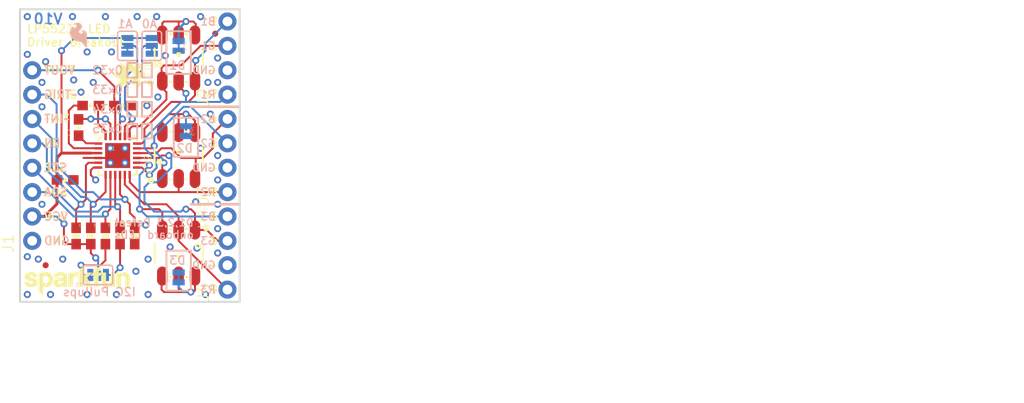
<source format=kicad_pcb>
(kicad_pcb (version 20211014) (generator pcbnew)
  (layers (0 "F.Cu" signal) (1 "In1.Cu" signal) (2 "In2.Cu" signal) (31 "B.Cu" signal) (34 "B.Paste" user) (35 "F.Paste" user) (36 "B.SilkS" user "B.Silkscreen") (37 "F.SilkS" user "F.Silkscreen") (38 "B.Mask" user) (39 "F.Mask" user) (44 "Edge.Cuts" user))
  (net 0 "")
  (net 1 "R3")
  (net 2 "G3")
  (net 3 "B3")
  (net 4 "B2")
  (net 5 "R2")
  (net 6 "G2")
  (net 7 "R1")
  (net 8 "G1")
  (net 9 "B1")
  (net 10 "GND")
  (net 11 "VCC")
  (net 12 "N$11")
  (net 13 "N$12")
  (net 14 "N$13")
  (net 15 "N$14")
  (net 16 "ADDR1")
  (net 17 "ADDR0")
  (net 18 "SCL")
  (net 19 "EN")
  (net 20 "SDA")
  (net 21 "INT")
  (net 22 "TRIG")
  (net 23 "N$21")
  (net 24 "N$22")
  (net 25 "VOUT")
  (net 26 "N$1")
  (net 27 "N$2")
  (net 28 "N$3")
  (footprint "boardEagle:0603-RES" (layer "F.Cu") (at 144.4371 113.3856 -90)
    (fp_text reference "R2")
    (fp_text value "150K")
  )
  (footprint "boardEagle:0603-RES" (layer "F.Cu") (at 147.4851 113.3856 -90)
    (fp_text reference "R4")
    (fp_text value "4.7K")
  )
  (footprint "boardEagle:0603-RES" (layer "F.Cu") (at 145.9611 113.3856 -90)
    (fp_text reference "R5")
    (fp_text value "4.7K")
  )
  (footprint "boardEagle:MICRO-FIDUCIAL" (layer "F.Cu") (at 139.7381 116.4336)
    (fp_text reference "FD2" hide)
    (fp_text value "FIDUCIALUFIDUCIAL" hide)
  )
  (footprint "boardEagle:0603-CAP" (layer "F.Cu") (at 147.7391 99.7966)
    (fp_text reference "C4")
    (fp_text value "1.0uF")
  )
  (footprint "boardEagle:CREATIVE_COMMONS" (layer "F.Cu") (at 158.6611 130.4036)
    (fp_text reference "FRAME1" hide)
    (fp_text value "FRAME-LETTER" hide)
  )
  (footprint "boardEagle:OSHW-LOGO-S" (layer "F.Cu") (at 148.5011 96.6216)
    (fp_text reference "LOGO3" hide)
    (fp_text value "OSHW-LOGOS" hide)
  )
  (footprint "boardEagle:1X04_NO_SILK_ALL_ROUND" (layer "F.Cu") (at 158.6611 98.6536 90)
    (fp_text reference "J2")
    (fp_text value "USER LED")
  )
  (footprint "boardEagle:0603-CAP" (layer "F.Cu") (at 143.1671 102.0826 90)
    (fp_text reference "C3")
    (fp_text value "0.47uf")
  )
  (footprint "boardEagle:LED-TRICOLOR-5050" (layer "F.Cu") (at 153.5811 115.1636 -90)
    (fp_text reference "LED3")
    (fp_text value "TRICOLOR-5050")
  )
  (footprint "boardEagle:MICRO-FIDUCIAL" (layer "F.Cu") (at 157.3911 92.3036)
    (fp_text reference "FD1" hide)
    (fp_text value "FIDUCIALUFIDUCIAL" hide)
  )
  (footprint "boardEagle:LED-TRICOLOR-5050" (layer "F.Cu") (at 153.5811 105.0036 90)
    (fp_text reference "LED2")
    (fp_text value "TRICOLOR-5050")
  )
  (footprint "boardEagle:WQFN-24" (layer "F.Cu") (at 147.2311 105.0036)
    (fp_text reference "U1")
    (fp_text value "LP55231WQFN")
  )
  (footprint "boardEagle:LED-TRICOLOR-5050" (layer "F.Cu") (at 153.5811 94.8436 90)
    (fp_text reference "LED1")
    (fp_text value "TRICOLOR-5050")
  )
  (footprint "boardEagle:0603-CAP" (layer "F.Cu") (at 144.4371 99.7966)
    (fp_text reference "C2")
    (fp_text value "0.47uf")
  )
  (footprint "boardEagle:0603-RES" (layer "F.Cu") (at 149.0091 113.3856 -90)
    (fp_text reference "R3")
    (fp_text value "150K")
  )
  (footprint "boardEagle:1X08_NO_SILK" (layer "F.Cu") (at 138.3411 113.8936 90)
    (fp_text reference "J1")
    (fp_text value "To micro")
  )
  (footprint "boardEagle:0603-CAP" (layer "F.Cu") (at 141.7701 107.5436)
    (fp_text reference "C1")
    (fp_text value "1.0uF")
  )
  (footprint "boardEagle:1X04_NO_SILK_ALL_ROUND" (layer "F.Cu") (at 158.6611 118.9736 90)
    (fp_text reference "J4")
    (fp_text value "USER LED")
  )
  (footprint "boardEagle:0603-RES" (layer "F.Cu") (at 142.9131 113.3856 -90)
    (fp_text reference "R1")
    (fp_text value "150K")
  )
  (footprint "boardEagle:1X04_NO_SILK_ALL_ROUND" (layer "F.Cu") (at 158.6611 108.8136 90)
    (fp_text reference "J3")
    (fp_text value "USER LED")
  )
  (footprint "boardEagle:SFE_LOGO_NAME_.1" (layer "F.Cu") (at 137.0711 119.9896)
    (fp_text reference "LOGO2" hide)
    (fp_text value "SFE_LOGO_NAME.1_INCH" hide)
  )
  (footprint "boardEagle:PAD-JUMPER-2-NC_BY_TRACE_NO_SILK" (layer "B.Cu") (at 154.3431 102.4636 90)
    (fp_text reference "JP5")
    (fp_text value "Defeat LED2")
  )
  (footprint "boardEagle:SFE_LOGO_FLAME_.1" (layer "B.Cu") (at 144.3101 94.0816 180)
    (fp_text reference "LOGO1" hide)
    (fp_text value "SFE_LOGO_FLAME.1_INCH" hide)
  )
  (footprint "boardEagle:PAD-JUMPER-2-NC_BY_TRACE_NO_SILK" (layer "B.Cu") (at 153.5811 93.5736 90)
    (fp_text reference "JP4")
    (fp_text value "Defeat LED1")
  )
  (footprint "boardEagle:PAD-JUMPER-3-3OF3_NC_BY_TRACE_YES_SILK_FULL_BOX" (layer "B.Cu") (at 145.1991 117.4496)
    (fp_text reference "JP3")
    (fp_text value "I2C-PULLUPS")
  )
  (footprint "boardEagle:PAD-JUMPER-2-NC_BY_TRACE_NO_SILK" (layer "B.Cu") (at 153.5811 117.7036 -90)
    (fp_text reference "JP6")
    (fp_text value "Defeat LED3")
  )
  (footprint "boardEagle:PAD-JUMPER-3-2OF3_NC_BY_TRACE_YES_SILK_FULL_BOX" (layer "B.Cu") (at 148.2471 93.5736 -90)
    (fp_text reference "JP1")
    (fp_text value "A1")
  )
  (footprint "boardEagle:PAD-JUMPER-3-2OF3_NC_BY_TRACE_YES_SILK_FULL_BOX" (layer "B.Cu") (at 150.7871 93.5736 -90)
    (fp_text reference "JP2")
    (fp_text value "A0")
  )
  (gr_line (start 149.7711 96.8756) (end 149.7711 95.3516) (layer "B.SilkS") (width 0.2032))
  (gr_line (start 150.7871 100.9396) (end 149.7711 100.9396) (layer "B.SilkS") (width 0.2032))
  (gr_line (start 149.7711 97.3836) (end 150.7871 97.3836) (layer "B.SilkS") (width 0.2032))
  (gr_line (start 149.7711 100.9396) (end 149.7711 99.4156) (layer "B.SilkS") (width 0.2032))
  (gr_line (start 148.2471 95.3516) (end 149.2631 95.3516) (layer "B.SilkS") (width 0.2032))
  (gr_line (start 152.3111 114.9096) (end 154.8511 114.9096) (layer "B.SilkS") (width 0.2032))
  (gr_line (start 154.8511 96.4946) (end 154.8511 92.0496) (layer "B.SilkS") (width 0.2032))
  (gr_line (start 149.2631 99.4156) (end 149.2631 100.9396) (layer "B.SilkS") (width 0.2032))
  (gr_line (start 150.7871 96.8756) (end 149.7711 96.8756) (layer "B.SilkS") (width 0.2032))
  (gr_line (start 150.7871 103.2256) (end 149.7711 103.2256) (layer "B.SilkS") (width 0.2032))
  (gr_line (start 148.2471 100.9396) (end 148.2471 99.4156) (layer "B.SilkS") (width 0.2032))
  (gr_line (start 159.9311 99.9236) (end 154.8511 99.9236) (layer "B.SilkS") (width 0.254))
  (gr_line (start 159.9311 110.0836) (end 154.8511 110.0836) (layer "B.SilkS") (width 0.254))
  (gr_line (start 149.2631 100.9396) (end 148.2471 100.9396) (layer "B.SilkS") (width 0.2032))
  (gr_line (start 154.8511 92.0496) (end 152.3111 92.0496) (layer "B.SilkS") (width 0.2032))
  (gr_line (start 149.2631 95.3516) (end 149.2631 96.8756) (layer "B.SilkS") (width 0.2032))
  (gr_line (start 152.3111 92.0496) (end 152.3111 96.4946) (layer "B.SilkS") (width 0.2032))
  (gr_line (start 150.7871 95.3516) (end 150.7871 96.8756) (layer "B.SilkS") (width 0.2032))
  (gr_line (start 149.7711 101.7016) (end 150.7871 101.7016) (layer "B.SilkS") (width 0.2032))
  (gr_line (start 150.7871 98.9076) (end 149.7711 98.9076) (layer "B.SilkS") (width 0.2032))
  (gr_line (start 152.3111 119.1006) (end 152.3111 114.9096) (layer "B.SilkS") (width 0.2032))
  (gr_line (start 150.7871 99.4156) (end 150.7871 100.9396) (layer "B.SilkS") (width 0.2032))
  (gr_line (start 149.2631 101.7016) (end 149.2631 103.2256) (layer "B.SilkS") (width 0.2032))
  (gr_line (start 155.6131 105.1306) (end 155.6131 101.0666) (layer "B.SilkS") (width 0.2032))
  (gr_line (start 153.0731 105.1306) (end 155.6131 105.1306) (layer "B.SilkS") (width 0.2032))
  (gr_line (start 149.7711 98.9076) (end 149.7711 97.3836) (layer "B.SilkS") (width 0.2032))
  (gr_line (start 149.7711 99.4156) (end 150.7871 99.4156) (layer "B.SilkS") (width 0.2032))
  (gr_line (start 152.3111 96.4946) (end 154.8511 96.4946) (layer "B.SilkS") (width 0.2032))
  (gr_line (start 150.7871 101.7016) (end 150.7871 103.2256) (layer "B.SilkS") (width 0.2032))
  (gr_line (start 154.8511 119.1006) (end 154.8511 114.9096) (layer "B.SilkS") (width 0.2032))
  (gr_line (start 149.2631 96.8756) (end 148.2471 96.8756) (layer "B.SilkS") (width 0.2032))
  (gr_line (start 149.7711 103.2256) (end 149.7711 101.7016) (layer "B.SilkS") (width 0.2032))
  (gr_line (start 148.2471 98.9076) (end 148.2471 97.3836) (layer "B.SilkS") (width 0.2032))
  (gr_line (start 153.0731 101.0666) (end 155.6131 101.0666) (layer "B.SilkS") (width 0.2032))
  (gr_line (start 148.2471 103.2256) (end 148.2471 101.7016) (layer "B.SilkS") (width 0.2032))
  (gr_line (start 148.2471 96.8756) (end 148.2471 95.3516) (layer "B.SilkS") (width 0.2032))
  (gr_line (start 149.2631 98.9076) (end 148.2471 98.9076) (layer "B.SilkS") (width 0.2032))
  (gr_line (start 150.7871 97.3836) (end 150.7871 98.9076) (layer "B.SilkS") (width 0.2032))
  (gr_line (start 149.2631 103.2256) (end 148.2471 103.2256) (layer "B.SilkS") (width 0.2032))
  (gr_line (start 153.0731 105.1306) (end 153.0731 101.0666) (layer "B.SilkS") (width 0.2032))
  (gr_line (start 149.2631 97.3836) (end 149.2631 98.9076) (layer "B.SilkS") (width 0.2032))
  (gr_line (start 152.3111 119.1006) (end 154.8511 119.1006) (layer "B.SilkS") (width 0.2032))
  (gr_line (start 149.7711 95.3516) (end 150.7871 95.3516) (layer "B.SilkS") (width 0.2032))
  (gr_line (start 148.2471 97.3836) (end 149.2631 97.3836) (layer "B.SilkS") (width 0.2032))
  (gr_line (start 148.2471 101.7016) (end 149.2631 101.7016) (layer "B.SilkS") (width 0.2032))
  (gr_line (start 148.2471 99.4156) (end 149.2631 99.4156) (layer "B.SilkS") (width 0.2032))
  (gr_line (start 159.9311 99.9236) (end 154.8511 99.9236) (layer "F.SilkS") (width 0.254))
  (gr_line (start 159.9311 110.0836) (end 154.8511 110.0836) (layer "F.SilkS") (width 0.254))
  (gr_line (start 137.0711 89.7636) (end 137.0711 120.2436) (layer "Edge.Cuts") (width 0.2032))
  (gr_line (start 137.0711 120.2436) (end 159.9311 120.2436) (layer "Edge.Cuts") (width 0.2032))
  (gr_line (start 159.9311 120.2436) (end 159.9311 89.7636) (layer "Edge.Cuts") (width 0.2032))
  (gr_line (start 159.9311 89.7636) (end 137.0711 89.7636) (layer "Edge.Cuts") (width 0.2032))
  (gr_text "V10" (at 139.9921 90.1446) (layer "B.Cu") (effects (font (size 1.0795 1.0795) (thickness 0.1905)) (justify top mirror)))
  (gr_text "D3" (at 153.4541 116.4336) (layer "B.SilkS") (effects (font (size 0.8636 0.8636) (thickness 0.1524)) (justify bottom mirror)))
  (gr_text "B1" (at 157.5181 91.0336) (layer "B.SilkS") (effects (font (size 0.79883 0.79883) (thickness 0.14097)) (justify left mirror)))
  (gr_text "A0" (at 151.4221 91.2876) (layer "B.SilkS") (effects (font (size 0.8636 0.8636) (thickness 0.1524)) (justify left mirror)))
  (gr_text "GND" (at 157.5181 116.4336) (layer "B.SilkS") (effects (font (size 0.79883 0.79883) (thickness 0.14097)) (justify left mirror)))
  (gr_text "GND" (at 157.5181 106.2736) (layer "B.SilkS") (effects (font (size 0.79883 0.79883) (thickness 0.14097)) (justify left mirror)))
  (gr_text "G1" (at 157.5181 93.5736) (layer "B.SilkS") (effects (font (size 0.79883 0.79883) (thickness 0.14097)) (justify left mirror)))
  (gr_text "0x33" (at 147.8661 98.1456) (layer "B.SilkS") (effects (font (size 0.8636 0.8636) (thickness 0.1524)) (justify left mirror)))
  (gr_text "R2" (at 157.5181 108.8136) (layer "B.SilkS") (effects (font (size 0.79883 0.79883) (thickness 0.14097)) (justify left mirror)))
  (gr_text "SCL" (at 139.4841 106.2736) (layer "B.SilkS") (effects (font (size 0.8636 0.8636) (thickness 0.1524)) (justify right mirror)))
  (gr_text "SDA" (at 139.4841 108.8136) (layer "B.SilkS") (effects (font (size 0.8636 0.8636) (thickness 0.1524)) (justify right mirror)))
  (gr_text "R3" (at 157.5181 118.9736) (layer "B.SilkS") (effects (font (size 0.79883 0.79883) (thickness 0.14097)) (justify left mirror)))
  (gr_text "R1" (at 157.5181 98.6536) (layer "B.SilkS") (effects (font (size 0.79883 0.79883) (thickness 0.14097)) (justify left mirror)))
  (gr_text "~INT" (at 139.4841 101.1936) (layer "B.SilkS") (effects (font (size 0.8636 0.8636) (thickness 0.1524)) (justify right mirror)))
  (gr_text "D1" (at 153.4541 95.0976) (layer "B.SilkS") (effects (font (size 0.8636 0.8636) (thickness 0.1524)) (justify top mirror)))
  (gr_text "G3" (at 157.5181 113.8936) (layer "B.SilkS") (effects (font (size 0.79883 0.79883) (thickness 0.14097)) (justify left mirror)))
  (gr_text "0x32" (at 147.8661 96.1136) (layer "B.SilkS") (effects (font (size 0.8636 0.8636) (thickness 0.1524)) (justify left mirror)))
  (gr_text "GND" (at 139.4841 113.8936) (layer "B.SilkS") (effects (font (size 0.8636 0.8636) (thickness 0.1524)) (justify right mirror)))
  (gr_text "GND" (at 157.5181 96.1136) (layer "B.SilkS") (effects (font (size 0.79883 0.79883) (thickness 0.14097)) (justify left mirror)))
  (gr_text "0x34" (at 147.8661 100.1776) (layer "B.SilkS") (effects (font (size 0.8636 0.8636) (thickness 0.1524)) (justify left mirror)))
  (gr_text "A1" (at 148.8821 91.2876) (layer "B.SilkS") (effects (font (size 0.8636 0.8636) (thickness 0.1524)) (justify left mirror)))
  (gr_text "0x35" (at 147.8661 102.2096) (layer "B.SilkS") (effects (font (size 0.8636 0.8636) (thickness 0.1524)) (justify left mirror)))
  (gr_text "B2" (at 157.5181 101.1936) (layer "B.SilkS") (effects (font (size 0.79883 0.79883) (thickness 0.14097)) (justify left mirror)))
  (gr_text "G2" (at 157.5181 103.7336) (layer "B.SilkS") (effects (font (size 0.79883 0.79883) (thickness 0.14097)) (justify left mirror)))
  (gr_text "B3" (at 157.5181 111.3536) (layer "B.SilkS") (effects (font (size 0.79883 0.79883) (thickness 0.14097)) (justify left mirror)))
  (gr_text "EN" (at 139.4841 103.7336) (layer "B.SilkS") (effects (font (size 0.8636 0.8636) (thickness 0.1524)) (justify right mirror)))
  (gr_text "D2" (at 154.2161 103.7336) (layer "B.SilkS") (effects (font (size 0.8636 0.8636) (thickness 0.1524)) (justify top mirror)))
  (gr_text "~TRIG" (at 139.4841 98.6536) (layer "B.SilkS") (effects (font (size 0.8636 0.8636) (thickness 0.1524)) (justify right mirror)))
  (gr_text "D1,2,3 Defeat\nonboard LEDs" (at 155.2321 112.6236) (layer "B.SilkS") (effects (font (size 0.79883 0.79883) (thickness 0.14097)) (justify left mirror)))
  (gr_text "VOUT" (at 139.4841 96.1136) (layer "B.SilkS") (effects (font (size 0.8636 0.8636) (thickness 0.1524)) (justify right mirror)))
  (gr_text "VCC" (at 139.4841 111.3536) (layer "B.SilkS") (effects (font (size 0.8636 0.8636) (thickness 0.1524)) (justify right mirror)))
  (gr_text "I2C Pullups" (at 145.3261 118.7196) (layer "B.SilkS") (effects (font (size 0.8636 0.8636) (thickness 0.1524)) (justify top mirror)))
  (gr_text "SDA" (at 139.4841 108.8136) (layer "F.SilkS") (effects (font (size 0.8636 0.8636) (thickness 0.1524)) (justify left)))
  (gr_text "8" (at 157.7721 108.8136) (layer "F.SilkS") (effects (font (size 0.8636 0.8636) (thickness 0.1524)) (justify right)))
  (gr_text "-" (at 157.7721 96.1136) (layer "F.SilkS") (effects (font (size 0.8636 0.8636) (thickness 0.1524)) (justify right)))
  (gr_text "9" (at 157.7721 118.9736) (layer "F.SilkS") (effects (font (size 0.8636 0.8636) (thickness 0.1524)) (justify right)))
  (gr_text "4" (at 157.7721 101.1936) (layer "F.SilkS") (effects (font (size 0.8636 0.8636) (thickness 0.1524)) (justify right)))
  (gr_text "-" (at 157.7721 116.4336) (layer "F.SilkS") (effects (font (size 0.8636 0.8636) (thickness 0.1524)) (justify right)))
  (gr_text "LP55231 LED\nDriver Breakout" (at 137.7061 93.7006) (layer "F.SilkS") (effects (font (size 0.8636 0.8636) (thickness 0.1524)) (justify left bottom)))
  (gr_text "6" (at 157.7721 111.3536) (layer "F.SilkS") (effects (font (size 0.8636 0.8636) (thickness 0.1524)) (justify right)))
  (gr_text "GND" (at 139.4841 113.8936) (layer "F.SilkS") (effects (font (size 0.8636 0.8636) (thickness 0.1524)) (justify left)))
  (gr_text "3" (at 157.7721 103.7336) (layer "F.SilkS") (effects (font (size 0.8636 0.8636) (thickness 0.1524)) (justify right)))
  (gr_text "1" (at 157.7721 93.5736) (layer "F.SilkS") (effects (font (size 0.8636 0.8636) (thickness 0.1524)) (justify right)))
  (gr_text "-" (at 157.7721 106.2736) (layer "F.SilkS") (effects (font (size 0.8636 0.8636) (thickness 0.1524)) (justify right)))
  (gr_text "VOUT" (at 139.4841 96.1136) (layer "F.SilkS") (effects (font (size 0.8636 0.8636) (thickness 0.1524)) (justify left)))
  (gr_text "2" (at 157.7721 91.0336) (layer "F.SilkS") (effects (font (size 0.8636 0.8636) (thickness 0.1524)) (justify right)))
  (gr_text "7" (at 157.7721 98.6536) (layer "F.SilkS") (effects (font (size 0.8636 0.8636) (thickness 0.1524)) (justify right)))
  (gr_text "~TRIG" (at 139.4841 98.6536) (layer "F.SilkS") (effects (font (size 0.8636 0.8636) (thickness 0.1524)) (justify left)))
  (gr_text "SCL" (at 139.4841 106.2736) (layer "F.SilkS") (effects (font (size 0.8636 0.8636) (thickness 0.1524)) (justify left)))
  (gr_text "" (at 142.7861 93.4466) (layer "F.SilkS") (effects (font (size 0.69088 0.69088) (thickness 0.12192)) (justify left bottom)))
  (gr_text "EN" (at 139.4841 103.7336) (layer "F.SilkS") (effects (font (size 0.8636 0.8636) (thickness 0.1524)) (justify left)))
  (gr_text "VCC" (at 139.4841 111.3536) (layer "F.SilkS") (effects (font (size 0.8636 0.8636) (thickness 0.1524)) (justify left)))
  (gr_text "~INT" (at 139.4841 101.1936) (layer "F.SilkS") (effects (font (size 0.8636 0.8636) (thickness 0.1524)) (justify left)))
  (gr_text "5" (at 157.7721 113.8936) (layer "F.SilkS") (effects (font (size 0.8636 0.8636) (thickness 0.1524)) (justify right)))
  (segment (start 150.0251 110.0836) (end 152.3111 110.0836) (width 0.2032) (layer "F.Cu") (net 1))
  (segment (start 153.5811 112.7636) (end 153.5811 113.8936) (width 0.2032) (layer "F.Cu") (net 1))
  (segment (start 153.5811 113.8936) (end 158.6611 118.9736) (width 0.2032) (layer "F.Cu") (net 1))
  (segment (start 153.5811 112.7636) (end 153.5811 111.3536) (width 0.2032) (layer "F.Cu") (net 1))
  (segment (start 152.3111 110.0836) (end 153.5811 111.3536) (width 0.2032) (layer "F.Cu") (net 1))
  (segment (start 147.9811 108.0396) (end 150.0251 110.0836) (width 0.2032) (layer "F.Cu") (net 1))
  (segment (start 147.9811 107.0036) (end 147.9811 108.0396) (width 0.2032) (layer "F.Cu") (net 1))
  (segment (start 155.2811 112.7636) (end 155.2811 111.0216) (width 0.2032) (layer "F.Cu") (net 2))
  (segment (start 149.2311 105.2536) (end 151.5451 105.2536) (width 0.2032) (layer "F.Cu") (net 2))
  (segment (start 151.5491 105.2576) (end 151.8071 104.9996) (width 0.2032) (layer "F.Cu") (net 2))
  (segment (start 151.8071 104.9996) (end 152.5611 104.9996) (width 0.2032) (layer "F.Cu") (net 2))
  (segment (start 157.6451 113.8936) (end 156.5151 112.7636) (width 0.2032) (layer "F.Cu") (net 2))
  (segment (start 151.5451 105.2536) (end 151.5491 105.2576) (width 0.2032) (layer "F.Cu") (net 2))
  (segment (start 157.6451 113.8936) (end 158.6611 113.8936) (width 0.2032) (layer "F.Cu") (net 2))
  (segment (start 152.5611 104.9996) (end 152.5651 105.0036) (width 0.2032) (layer "F.Cu") (net 2))
  (segment (start 155.2811 112.7636) (end 156.5151 112.7636) (width 0.2032) (layer "F.Cu") (net 2))
  (segment (start 155.2811 111.0216) (end 154.8511 110.5916) (width 0.2032) (layer "F.Cu") (net 2))
  (segment (start 154.8511 110.5916) (end 154.3431 110.5916) (width 0.2032) (layer "F.Cu") (net 2))
  (via (at 154.3431 110.5916) (size 0.7366) (drill 0.381) (layers "F.Cu" "B.Cu") (net 2))
  (via (at 152.5651 105.0036) (size 0.7366) (drill 0.381) (layers "F.Cu" "B.Cu") (net 2))
  (segment (start 152.8191 105.2576) (end 152.5651 105.0036) (width 0.2032) (layer "B.Cu") (net 2))
  (segment (start 153.8351 110.8456) (end 151.0411 110.8456) (width 0.2032) (layer "B.Cu") (net 2))
  (segment (start 152.8191 106.2736) (end 152.8191 105.2576) (width 0.2032) (layer "B.Cu") (net 2))
  (segment (start 150.0251 109.8296) (end 150.0251 108.3056) (width 0.2032) (layer "B.Cu") (net 2))
  (segment (start 154.0891 110.5916) (end 153.8351 110.8456) (width 0.2032) (layer "B.Cu") (net 2))
  (segment (start 154.3431 110.5916) (end 154.0891 110.5916) (width 0.2032) (layer "B.Cu") (net 2))
  (segment (start 150.5331 107.7976) (end 151.2951 107.7976) (width 0.2032) (layer "B.Cu") (net 2))
  (segment (start 151.2951 107.7976) (end 152.8191 106.2736) (width 0.2032) (layer "B.Cu") (net 2))
  (segment (start 150.0251 108.3056) (end 150.5331 107.7976) (width 0.2032) (layer "B.Cu") (net 2))
  (segment (start 151.0411 110.8456) (end 150.0251 109.8296) (width 0.2032) (layer "B.Cu") (net 2))
  (segment (start 150.2671 105.7536) (end 150.5331 106.0196) (width 0.2032) (layer "F.Cu") (net 3))
  (segment (start 151.5491 110.5916) (end 149.5171 110.5916) (width 0.2032) (layer "F.Cu") (net 3))
  (segment (start 151.8811 112.7636) (end 151.8811 110.9236) (width 0.2032) (layer "F.Cu") (net 3))
  (segment (start 149.2311 105.7536) (end 150.2671 105.7536) (width 0.2032) (layer "F.Cu") (net 3))
  (segment (start 151.8811 110.9236) (end 151.5491 110.5916) (width 0.2032) (layer "F.Cu") (net 3))
  (via (at 150.5331 106.0196) (size 0.7366) (drill 0.381) (layers "F.Cu" "B.Cu") (net 3))
  (via (at 149.5171 110.5916) (size 0.7366) (drill 0.381) (layers "F.Cu" "B.Cu") (net 3))
  (segment (start 150.5331 106.0196) (end 149.5171 107.0356) (width 0.2032) (layer "B.Cu") (net 3))
  (segment (start 158.6611 111.3536) (end 150.2791 111.3536) (width 0.2032) (layer "B.Cu") (net 3))
  (segment (start 150.2791 111.3536) (end 149.5171 110.5916) (width 0.2032) (layer "B.Cu") (net 3))
  (segment (start 149.5171 107.0356) (end 149.5171 110.5916) (width 0.2032) (layer "B.Cu") (net 3))
  (segment (start 152.8191 104.2416) (end 153.8351 105.2576) (width 0.2032) (layer "F.Cu") (net 4))
  (segment (start 151.2951 104.7496) (end 151.8031 104.2416) (width 0.2032) (layer "F.Cu") (net 4))
  (segment (start 149.7711 104.7496) (end 151.2951 104.7496) (width 0.2032) (layer "F.Cu") (net 4))
  (segment (start 149.7711 104.7496) (end 149.7671 104.7536) (width 0.2032) (layer "F.Cu") (net 4))
  (segment (start 156.1211 105.2576) (end 155.3591 105.2576) (width 0.2032) (layer "F.Cu") (net 4))
  (segment (start 155.2811 107.4036) (end 155.2811 106.8596) (width 0.2032) (layer "F.Cu") (net 4))
  (segment (start 157.1371 102.7176) (end 157.1371 104.2416) (width 0.2032) (layer "F.Cu") (net 4))
  (segment (start 151.8031 104.2416) (end 152.8191 104.2416) (width 0.2032) (layer "F.Cu") (net 4))
  (segment (start 157.1371 104.2416) (end 156.1211 105.2576) (width 0.2032) (layer "F.Cu") (net 4))
  (segment (start 153.8351 105.2576) (end 155.3591 105.2576) (width 0.2032) (layer "F.Cu") (net 4))
  (segment (start 158.6611 101.1936) (end 157.1371 102.7176) (width 0.2032) (layer "F.Cu") (net 4))
  (segment (start 155.2811 106.8596) (end 155.3591 106.7816) (width 0.2032) (layer "F.Cu") (net 4))
  (segment (start 149.2311 104.7536) (end 149.7671 104.7536) (width 0.2032) (layer "F.Cu") (net 4))
  (segment (start 155.3591 106.7816) (end 155.3591 105.2576) (width 0.2032) (layer "F.Cu") (net 4))
  (segment (start 148.5011 107.7976) (end 149.5171 108.8136) (width 0.2032) (layer "F.Cu") (net 5))
  (segment (start 153.5811 107.4036) (end 153.5811 108.8136) (width 0.2032) (layer "F.Cu") (net 5))
  (segment (start 148.4811 107.0036) (end 148.5011 107.0236) (width 0.2032) (layer "F.Cu") (net 5))
  (segment (start 158.6611 108.8136) (end 153.5811 108.8136) (width 0.2032) (layer "F.Cu") (net 5))
  (segment (start 148.5011 107.0236) (end 148.5011 107.7976) (width 0.2032) (layer "F.Cu") (net 5))
  (segment (start 149.5171 108.8136) (end 153.5811 108.8136) (width 0.2032) (layer "F.Cu") (net 5))
  (segment (start 151.8811 107.4036) (end 151.8811 105.9416) (width 0.2032) (layer "F.Cu") (net 6))
  (segment (start 149.2311 104.2536) (end 150.7751 104.2536) (width 0.2032) (layer "F.Cu") (net 6))
  (segment (start 151.8811 105.9416) (end 152.0571 105.7656) (width 0.2032) (layer "F.Cu") (net 6))
  (segment (start 150.7751 104.2536) (end 151.0411 103.9876) (width 0.2032) (layer "F.Cu") (net 6))
  (via (at 151.0411 103.9876) (size 0.7366) (drill 0.381) (layers "F.Cu" "B.Cu") (net 6))
  (via (at 152.0571 105.7656) (size 0.7366) (drill 0.381) (layers "F.Cu" "B.Cu") (net 6))
  (segment (start 158.6611 103.7336) (end 154.8511 99.9236) (width 0.2032) (layer "B.Cu") (net 6))
  (segment (start 154.0891 99.9236) (end 151.0411 102.9716) (width 0.2032) (layer "B.Cu") (net 6))
  (segment (start 151.0411 104.4956) (end 151.0411 103.9876) (width 0.2032) (layer "B.Cu") (net 6))
  (segment (start 152.0571 105.7656) (end 152.0571 105.5116) (width 0.2032) (layer "B.Cu") (net 6))
  (segment (start 152.0571 105.5116) (end 151.0411 104.4956) (width 0.2032) (layer "B.Cu") (net 6))
  (segment (start 154.8511 99.9236) (end 154.0891 99.9236) (width 0.2032) (layer "B.Cu") (net 6))
  (segment (start 151.0411 102.9716) (end 151.0411 103.9876) (width 0.2032) (layer "B.Cu") (net 6))
  (segment (start 149.2311 106.2536) (end 149.7511 106.2536) (width 0.2032) (layer "F.Cu") (net 7))
  (segment (start 149.7511 106.2536) (end 150.5331 107.0356) (width 0.2032) (layer "F.Cu") (net 7))
  (segment (start 153.5811 97.7646) (end 154.3431 98.5266) (width 0.2032) (layer "F.Cu") (net 7))
  (segment (start 153.5811 97.2436) (end 153.5811 97.7646) (width 0.2032) (layer "F.Cu") (net 7))
  (via (at 154.3431 98.5266) (size 0.7366) (drill 0.381) (layers "F.Cu" "B.Cu") (net 7))
  (via (at 150.5331 107.0356) (size 0.7366) (drill 0.381) (layers "F.Cu" "B.Cu") (net 7))
  (segment (start 151.2951 106.2736) (end 150.5331 107.0356) (width 0.2032) (layer "B.Cu") (net 7))
  (segment (start 150.0251 104.2416) (end 151.2951 105.5116) (width 0.2032) (layer "B.Cu") (net 7))
  (segment (start 154.3431 99.4156) (end 157.8991 99.4156) (width 0.2032) (layer "B.Cu") (net 7))
  (segment (start 151.2951 105.5116) (end 151.2951 106.2736) (width 0.2032) (layer "B.Cu") (net 7))
  (segment (start 153.8351 99.4156) (end 150.0251 103.2256) (width 0.2032) (layer "B.Cu") (net 7))
  (segment (start 150.0251 103.2256) (end 150.0251 104.2416) (width 0.2032) (layer "B.Cu") (net 7))
  (segment (start 158.6611 98.6536) (end 157.8991 99.4156) (width 0.2032) (layer "B.Cu") (net 7))
  (segment (start 153.8351 99.4156) (end 154.3431 99.4156) (width 0.2032) (layer "B.Cu") (net 7))
  (segment (start 154.3431 98.5266) (end 154.3431 99.4156) (width 0.2032) (layer "B.Cu") (net 7))
  (segment (start 148.4811 103.0036) (end 148.4811 102.2296) (width 0.2032) (layer "F.Cu") (net 8))
  (segment (start 151.8031 97.1656) (end 151.8811 97.2436) (width 0.2032) (layer "F.Cu") (net 8))
  (segment (start 149.5171 101.9556) (end 152.3111 99.1616) (width 0.2032) (layer "F.Cu") (net 8))
  (segment (start 158.6611 93.5736) (end 155.8671 93.5736) (width 0.2032) (layer "F.Cu") (net 8))
  (segment (start 151.8031 95.8596) (end 151.8031 97.1656) (width 0.2032) (layer "F.Cu") (net 8))
  (segment (start 152.3111 98.3996) (end 152.3111 99.1616) (width 0.2032) (layer "F.Cu") (net 8))
  (segment (start 153.3271 95.6056) (end 152.0571 95.6056) (width 0.2032) (layer "F.Cu") (net 8))
  (segment (start 153.3271 95.6056) (end 153.8351 95.6056) (width 0.2032) (layer "F.Cu") (net 8))
  (segment (start 148.7551 101.9556) (end 149.5171 101.9556) (width 0.2032) (layer "F.Cu") (net 8))
  (segment (start 151.8811 97.9696) (end 152.3111 98.3996) (width 0.2032) (layer "F.Cu") (net 8))
  (segment (start 153.8351 95.6056) (end 155.8671 93.5736) (width 0.2032) (layer "F.Cu") (net 8))
  (segment (start 151.8811 97.2436) (end 151.8811 97.9696) (width 0.2032) (layer "F.Cu") (net 8))
  (segment (start 148.4811 102.2296) (end 148.7551 101.9556) (width 0.2032) (layer "F.Cu") (net 8))
  (segment (start 152.0571 95.6056) (end 151.8031 95.8596) (width 0.2032) (layer "F.Cu") (net 8))
  (segment (start 155.2811 97.2436) (end 155.2811 95.1756) (width 0.2032) (layer "F.Cu") (net 9))
  (segment (start 155.2811 98.7316) (end 154.5971 99.4156) (width 0.2032) (layer "F.Cu") (net 9))
  (segment (start 149.7511 103.7536) (end 150.0251 103.4796) (width 0.2032) (layer "F.Cu") (net 9))
  (segment (start 149.2311 103.7536) (end 149.7511 103.7536) (width 0.2032) (layer "F.Cu") (net 9))
  (segment (start 152.8191 99.4156) (end 150.0251 102.2096) (width 0.2032) (layer "F.Cu") (net 9))
  (segment (start 155.2811 97.2436) (end 155.2811 98.7316) (width 0.2032) (layer "F.Cu") (net 9))
  (segment (start 154.5971 99.4156) (end 152.8191 99.4156) (width 0.2032) (layer "F.Cu") (net 9))
  (segment (start 150.0251 103.4796) (end 150.0251 102.2096) (width 0.2032) (layer "F.Cu") (net 9))
  (segment (start 155.2811 95.1756) (end 155.3591 95.0976) (width 0.2032) (layer "F.Cu") (net 9))
  (via (at 155.3591 95.0976) (size 0.7366) (drill 0.381) (layers "F.Cu" "B.Cu") (net 9))
  (segment (start 155.3591 95.0976) (end 156.3751 94.0816) (width 0.2032) (layer "B.Cu") (net 9))
  (segment (start 156.3751 93.3196) (end 158.6611 91.0336) (width 0.2032) (layer "B.Cu") (net 9))
  (segment (start 156.3751 94.0816) (end 156.3751 93.3196) (width 0.2032) (layer "B.Cu") (net 9))
  (segment (start 146.2111 105.2536) (end 146.2111 104.4996) (width 0.254) (layer "F.Cu") (net 10))
  (segment (start 144.4371 107.0356) (end 144.9451 107.5436) (width 0.2032) (layer "F.Cu") (net 10))
  (segment (start 146.2151 105.5116) (end 146.4691 105.7656) (width 0.254) (layer "F.Cu") (net 10))
  (segment (start 146.2111 105.2536) (end 146.2151 105.2576) (width 0.254) (layer "F.Cu") (net 10))
  (segment (start 145.2351 105.2576) (end 146.2071 105.2576) (width 0.2032) (layer "F.Cu") (net 10))
  (segment (start 146.2151 105.2576) (end 146.2151 105.5116) (width 0.254) (layer "F.Cu") (net 10))
  (segment (start 145.2311 106.2536) (end 144.7111 106.2536) (width 0.2032) (layer "F.Cu") (net 10))
  (segment (start 144.4371 106.5276) (end 144.4371 107.0356) (width 0.2032) (layer "F.Cu") (net 10))
  (segment (start 146.2071 105.2576) (end 146.2111 105.2536) (width 0.2032) (layer "F.Cu") (net 10))
  (segment (start 146.2111 104.4996) (end 146.4691 104.2416) (width 0.254) (layer "F.Cu") (net 10))
  (segment (start 145.2311 106.2536) (end 145.1991 106.2856) (width 0.2032) (layer "F.Cu") (net 10))
  (segment (start 144.7111 106.2536) (end 144.4371 106.5276) (width 0.2032) (layer "F.Cu") (net 10))
  (segment (start 145.2311 105.2536) (end 143.6791 105.2536) (width 0.2032) (layer "F.Cu") (net 10))
  (segment (start 147.2311 105.0036) (end 147.9931 105.7656) (width 0.2032) (layer "F.Cu") (net 10))
  (segment (start 146.4691 104.2416) (end 146.4691 105.2576) (width 0.254) (layer "F.Cu") (net 10))
  (segment (start 145.2351 105.2576) (end 145.2311 105.2536) (width 0.2032) (layer "F.Cu") (net 10))
  (via (at 144.6911 97.3836) (size 0.7366) (drill 0.381) (layers "F.Cu" "B.Cu") (net 10))
  (via (at 155.4861 114.6556) (size 0.7366) (drill 0.381) (layers "F.Cu" "B.Cu") (net 10))
  (via (at 137.8331 94.4626) (size 0.7366) (drill 0.381) (layers "F.Cu" "B.Cu") (net 10))
  (via (at 152.1841 94.5896) (size 0.7366) (drill 0.381) (layers "F.Cu" "B.Cu") (net 10))
  (via (at 157.6451 115.1636) (size 0.7366) (drill 0.381) (layers "F.Cu" "B.Cu") (net 10))
  (via (at 157.6451 94.8436) (size 0.7366) (drill 0.381) (layers "F.Cu" "B.Cu") (net 10))
  (via (at 157.6451 110.0836) (size 0.7366) (drill 0.381) (layers "F.Cu" "B.Cu") (net 10))
  (via (at 151.2951 90.5256) (size 0.7366) (drill 0.381) (layers "F.Cu" "B.Cu") (net 10))
  (via (at 147.9931 105.7656) (size 0.7366) (drill 0.381) (layers "F.Cu" "B.Cu") (net 10))
  (via (at 157.6451 105.0036) (size 0.7366) (drill 0.381) (layers "F.Cu" "B.Cu") (net 10))
  (via (at 147.1041 119.4816) (size 0.7366) (drill 0.381) (layers "F.Cu" "B.Cu") (net 10))
  (via (at 140.2461 119.4816) (size 0.7366) (drill 0.381) (layers "F.Cu" "B.Cu") (net 10))
  (via (at 139.3571 97.3836) (size 0.7366) (drill 0.381) (layers "F.Cu" "B.Cu") (net 10))
  (via (at 156.3751 119.4816) (size 0.7366) (drill 0.381) (layers "F.Cu" "B.Cu") (net 10))
  (via (at 143.4211 98.3996) (size 0.7366) (drill 0.381) (layers "F.Cu" "B.Cu") (net 10))
  (via (at 139.7381 95.2246) (size 0.7366) (drill 0.381) (layers "F.Cu" "B.Cu") (net 10))
  (via (at 156.6291 97.3836) (size 0.7366) (drill 0.381) (layers "F.Cu" "B.Cu") (net 10))
  (via (at 139.3571 99.9236) (size 0.7366) (drill 0.381) (layers "F.Cu" "B.Cu") (net 10))
  (via (at 146.5961 94.2086) (size 0.7366) (drill 0.381) (layers "F.Cu" "B.Cu") (net 10))
  (via (at 139.3571 110.0836) (size 0.7366) (drill 0.381) (layers "F.Cu" "B.Cu") (net 10))
  (via (at 146.4691 104.2416) (size 0.7366) (drill 0.381) (layers "F.Cu" "B.Cu") (net 10))
  (via (at 145.9611 90.5256) (size 0.7366) (drill 0.381) (layers "F.Cu" "B.Cu") (net 10))
  (via (at 142.5321 90.5256) (size 0.7366) (drill 0.381) (layers "F.Cu" "B.Cu") (net 10))
  (via (at 144.0561 119.4816) (size 0.7366) (drill 0.381) (layers "F.Cu" "B.Cu") (net 10))
  (via (at 149.1361 117.0686) (size 0.7366) (drill 0.381) (layers "F.Cu" "B.Cu") (net 10))
  (via (at 144.0561 94.2086) (size 0.7366) (drill 0.381) (layers "F.Cu" "B.Cu") (net 10))
  (via (at 144.9451 107.5436) (size 0.7366) (drill 0.381) (layers "F.Cu" "B.Cu") (net 10))
  (via (at 150.4061 115.7986) (size 0.7366) (drill 0.381) (layers "F.Cu" "B.Cu") (net 10))
  (via (at 155.8671 90.5256) (size 0.7366) (drill 0.381) (layers "F.Cu" "B.Cu") (net 10))
  (via (at 138.9761 115.7986) (size 0.7366) (drill 0.381) (layers "F.Cu" "B.Cu") (net 10))
  (via (at 137.8331 115.5446) (size 0.7366) (drill 0.381) (layers "F.Cu" "B.Cu") (net 10))
  (via (at 155.8671 104.2416) (size 0.7366) (drill 0.381) (layers "F.Cu" "B.Cu") (net 10))
  (via (at 157.6451 112.6236) (size 0.7366) (drill 0.381) (layers "F.Cu" "B.Cu") (net 10))
  (via (at 157.6451 97.3836) (size 0.7366) (drill 0.381) (layers "F.Cu" "B.Cu") (net 10))
  (via (at 141.5161 115.7986) (size 0.7366) (drill 0.381) (layers "F.Cu" "B.Cu") (net 10))
  (via (at 142.6591 97.1296) (size 0.7366) (drill 0.381) (layers "F.Cu" "B.Cu") (net 10))
  (via (at 151.4221 98.9076) (size 0.7366) (drill 0.381) (layers "F.Cu" "B.Cu") (net 10))
  (via (at 146.4691 105.7656) (size 0.7366) (drill 0.381) (layers "F.Cu" "B.Cu") (net 10))
  (via (at 147.9931 104.2416) (size 0.7366) (drill 0.381) (layers "F.Cu" "B.Cu") (net 10))
  (via (at 149.2631 90.5256) (size 0.7366) (drill 0.381) (layers "F.Cu" "B.Cu") (net 10))
  (via (at 150.4061 119.4816) (size 0.7366) (drill 0.381) (layers "F.Cu" "B.Cu") (net 10))
  (via (at 137.8331 119.4816) (size 0.7366) (drill 0.381) (layers "F.Cu" "B.Cu") (net 10))
  (via (at 157.6451 107.5436) (size 0.7366) (drill 0.381) (layers "F.Cu" "B.Cu") (net 10))
  (via (at 152.6921 114.5286) (size 0.7366) (drill 0.381) (layers "F.Cu" "B.Cu") (net 10))
  (via (at 150.2791 99.7966) (size 0.7366) (drill 0.381) (layers "F.Cu" "B.Cu") (net 10))
  (via (at 156.8831 100.6856) (size 0.7366) (drill 0.381) (layers "F.Cu" "B.Cu") (net 10))
  (via (at 150.1521 112.2426) (size 0.7366) (drill 0.381) (layers "F.Cu" "B.Cu") (net 10))
  (via (at 137.8331 90.5256) (size 0.7366) (drill 0.381) (layers "F.Cu" "B.Cu") (net 10))
  (via (at 155.3591 109.8296) (size 0.7366) (drill 0.381) (layers "F.Cu" "B.Cu") (net 10))
  (segment (start 140.9201 107.5436) (end 140.9201 110.0446) (width 0.3048) (layer "F.Cu") (net 11))
  (segment (start 144.4371 115.1636) (end 144.9451 115.6716) (width 0.2032) (layer "F.Cu") (net 11))
  (segment (start 145.2271 104.7496) (end 145.2311 104.7536) (width 0.2032) (layer "F.Cu") (net 11))
  (segment (start 139.6111 111.3536) (end 140.9201 110.0446) (width 0.3048) (layer "F.Cu") (net 11))
  (segment (start 144.4411 104.7536) (end 144.4371 104.7496) (width 0.254) (layer "F.Cu") (net 11))
  (segment (start 144.4371 114.2356) (end 144.4371 115.1636) (width 0.2032) (layer "F.Cu") (net 11))
  (segment (start 141.3891 94.0816) (end 141.3891 104.7496) (width 0.2032) (layer "F.Cu") (net 11))
  (segment (start 144.4371 104.7496) (end 141.3891 104.7496) (width 0.3048) (layer "F.Cu") (net 11))
  (segment (start 138.3411 111.3536) (end 139.6111 111.3536) (width 0.3048) (layer "F.Cu") (net 11))
  (segment (start 141.6431 113.8936) (end 141.6431 112.1156) (width 0.2032) (layer "F.Cu") (net 11))
  (segment (start 141.9851 114.2356) (end 141.6431 113.8936) (width 0.2032) (layer "F.Cu") (net 11))
  (segment (start 145.2311 104.7536) (end 144.4411 104.7536) (width 0.254) (layer "F.Cu") (net 11))
  (segment (start 140.9201 105.2186) (end 141.3891 104.7496) (width 0.3048) (layer "F.Cu") (net 11))
  (segment (start 144.4371 114.2356) (end 142.9131 114.2356) (width 0.2032) (layer "F.Cu") (net 11))
  (segment (start 140.9201 107.5436) (end 140.9201 105.2186) (width 0.3048) (layer "F.Cu") (net 11))
  (segment (start 142.9131 114.2356) (end 141.9851 114.2356) (width 0.2032) (layer "F.Cu") (net 11))
  (via (at 144.9451 115.6716) (size 0.7366) (drill 0.381) (layers "F.Cu" "B.Cu") (net 11))
  (via (at 141.6431 112.1156) (size 0.7366) (drill 0.381) (layers "F.Cu" "B.Cu") (net 11))
  (via (at 141.3891 94.0816) (size 0.7366) (drill 0.381) (layers "F.Cu" "B.Cu") (net 11))
  (segment (start 150.7871 92.7608) (end 148.2471 92.7608) (width 0.2032) (layer "B.Cu") (net 11))
  (segment (start 145.1991 115.9256) (end 145.1991 117.4496) (width 0.2032) (layer "B.Cu") (net 11))
  (segment (start 144.9451 115.6716) (end 145.1991 115.9256) (width 0.2032) (layer "B.Cu") (net 11))
  (segment (start 142.7099 92.7608) (end 141.3891 94.0816) (width 0.2032) (layer "B.Cu") (net 11))
  (segment (start 141.6431 112.1156) (end 140.8811 111.3536) (width 0.2032) (layer "B.Cu") (net 11))
  (segment (start 140.8811 111.3536) (end 138.3411 111.3536) (width 0.2032) (layer "B.Cu") (net 11))
  (segment (start 148.2471 92.7608) (end 142.7099 92.7608) (width 0.2032) (layer "B.Cu") (net 11))
  (segment (start 145.2311 104.2536) (end 145.2191 104.2416) (width 0.2032) (layer "F.Cu") (net 12))
  (segment (start 142.6591 104.2416) (end 142.1511 103.7336) (width 0.2032) (layer "F.Cu") (net 12))
  (segment (start 142.6591 99.7966) (end 142.1511 100.3046) (width 0.2032) (layer "F.Cu") (net 12))
  (segment (start 143.5871 99.7966) (end 142.6591 99.7966) (width 0.2032) (layer "F.Cu") (net 12))
  (segment (start 142.1511 100.3046) (end 142.1511 103.7336) (width 0.2032) (layer "F.Cu") (net 12))
  (segment (start 145.2191 104.2416) (end 142.6591 104.2416) (width 0.2032) (layer "F.Cu") (net 12))
  (segment (start 145.2871 99.7966) (end 145.1991 99.8846) (width 0.2032) (layer "F.Cu") (net 13))
  (segment (start 145.9811 103.0036) (end 145.9811 102.4836) (width 0.2032) (layer "F.Cu") (net 13))
  (segment (start 145.9811 102.4836) (end 145.1991 101.7016) (width 0.2032) (layer "F.Cu") (net 13))
  (segment (start 145.1991 99.8846) (end 145.1991 101.7016) (width 0.2032) (layer "F.Cu") (net 13))
  (segment (start 145.2311 103.7536) (end 145.2111 103.7336) (width 0.2032) (layer "F.Cu") (net 14))
  (segment (start 143.9681 103.7336) (end 143.1671 102.9326) (width 0.2032) (layer "F.Cu") (net 14))
  (segment (start 145.2111 103.7336) (end 143.9681 103.7336) (width 0.2032) (layer "F.Cu") (net 14))
  (segment (start 143.1671 103.2256) (end 143.1671 102.9326) (width 0.2032) (layer "F.Cu") (net 14))
  (segment (start 143.1671 101.2326) (end 143.2061 101.1936) (width 0.2032) (layer "F.Cu") (net 15))
  (segment (start 143.2061 101.1936) (end 144.4371 101.1936) (width 0.2032) (layer "F.Cu") (net 15))
  (segment (start 146.4811 101.7136) (end 145.9611 101.1936) (width 0.2032) (layer "F.Cu") (net 15))
  (segment (start 146.4811 103.0036) (end 146.4811 101.7136) (width 0.2032) (layer "F.Cu") (net 15))
  (via (at 145.9611 101.1936) (size 0.7366) (drill 0.381) (layers "F.Cu" "B.Cu") (net 15))
  (via (at 144.4371 101.1936) (size 0.7366) (drill 0.381) (layers "F.Cu" "B.Cu") (net 15))
  (segment (start 145.9611 101.1936) (end 144.4371 101.1936) (width 0.2032) (layer "B.Cu") (net 15))
  (segment (start 147.4811 101.4516) (end 147.7391 101.1936) (width 0.2032) (layer "F.Cu") (net 16))
  (segment (start 147.4811 103.0036) (end 147.4811 101.4516) (width 0.2032) (layer "F.Cu") (net 16))
  (via (at 147.7391 101.1936) (size 0.7366) (drill 0.381) (layers "F.Cu" "B.Cu") (net 16))
  (segment (start 149.2631 95.6056) (end 149.2631 93.8276) (width 0.2032) (layer "B.Cu") (net 16))
  (segment (start 149.2631 93.8276) (end 149.0091 93.5736) (width 0.2032) (layer "B.Cu") (net 16))
  (segment (start 149.0091 93.5736) (end 148.2471 93.5736) (width 0.2032) (layer "B.Cu") (net 16))
  (segment (start 147.4851 100.9396) (end 147.4851 97.3836) (width 0.2032) (layer "B.Cu") (net 16))
  (segment (start 147.7391 101.1936) (end 147.4851 100.9396) (width 0.2032) (layer "B.Cu") (net 16))
  (segment (start 147.4851 97.3836) (end 149.2631 95.6056) (width 0.2032) (layer "B.Cu") (net 16))
  (segment (start 147.9811 103.0036) (end 147.9811 101.9676) (width 0.2032) (layer "F.Cu") (net 17))
  (segment (start 147.9811 101.9676) (end 148.7551 101.1936) (width 0.2032) (layer "F.Cu") (net 17))
  (via (at 148.7551 101.1936) (size 0.7366) (drill 0.381) (layers "F.Cu" "B.Cu") (net 17))
  (segment (start 150.0251 93.5736) (end 149.7711 93.8276) (width 0.2032) (layer "B.Cu") (net 17))
  (segment (start 150.7871 93.5736) (end 150.0251 93.5736) (width 0.2032) (layer "B.Cu") (net 17))
  (segment (start 147.9931 97.8916) (end 149.7711 96.1136) (width 0.2032) (layer "B.Cu") (net 17))
  (segment (start 149.7711 96.1136) (end 149.7711 93.8276) (width 0.2032) (layer "B.Cu") (net 17))
  (segment (start 148.7551 100.9396) (end 147.9931 100.1776) (width 0.2032) (layer "B.Cu") (net 17))
  (segment (start 147.9931 100.1776) (end 147.9931 97.8916) (width 0.2032) (layer "B.Cu") (net 17))
  (segment (start 148.7551 101.1936) (end 148.7551 100.9396) (width 0.2032) (layer "B.Cu") (net 17))
  (segment (start 146.9811 107.0036) (end 146.9811 110.0876) (width 0.2032) (layer "F.Cu") (net 18))
  (segment (start 147.4851 110.5916) (end 147.4851 112.5356) (width 0.2032) (layer "F.Cu") (net 18))
  (segment (start 146.9811 110.0876) (end 147.2311 110.3376) (width 0.2032) (layer "F.Cu") (net 18))
  (segment (start 147.2311 110.3376) (end 147.4851 110.5916) (width 0.2032) (layer "F.Cu") (net 18))
  (via (at 147.2311 110.3376) (size 0.7366) (drill 0.381) (layers "F.Cu" "B.Cu") (net 18))
  (segment (start 142.9131 110.8456) (end 138.3411 106.2736) (width 0.2032) (layer "B.Cu") (net 18))
  (segment (start 145.7071 110.3376) (end 147.2311 110.3376) (width 0.2032) (layer "B.Cu") (net 18))
  (segment (start 142.9131 110.8456) (end 145.1991 110.8456) (width 0.2032) (layer "B.Cu") (net 18))
  (segment (start 145.1991 110.8456) (end 145.7071 110.3376) (width 0.2032) (layer "B.Cu") (net 18))
  (segment (start 143.9291 106.0196) (end 143.9291 109.5756) (width 0.2032) (layer "F.Cu") (net 19))
  (segment (start 143.9291 109.5756) (end 143.4211 110.0836) (width 0.2032) (layer "F.Cu") (net 19))
  (segment (start 142.9131 110.5916) (end 142.9131 112.5356) (width 0.2032) (layer "F.Cu") (net 19))
  (segment (start 143.4211 110.0836) (end 142.9131 110.5916) (width 0.2032) (layer "F.Cu") (net 19))
  (segment (start 145.2311 105.7536) (end 144.1951 105.7536) (width 0.2032) (layer "F.Cu") (net 19))
  (segment (start 144.1951 105.7536) (end 143.9291 106.0196) (width 0.2032) (layer "F.Cu") (net 19))
  (via (at 143.4211 110.0836) (size 0.7366) (drill 0.381) (layers "F.Cu" "B.Cu") (net 19))
  (segment (start 138.3411 103.7336) (end 139.3571 103.7336) (width 0.2032) (layer "B.Cu") (net 19))
  (segment (start 139.8651 106.5276) (end 143.4211 110.0836) (width 0.2032) (layer "B.Cu") (net 19))
  (segment (start 139.8651 104.2416) (end 139.8651 106.5276) (width 0.2032) (layer "B.Cu") (net 19))
  (segment (start 139.3571 103.7336) (end 139.8651 104.2416) (width 0.2032) (layer "B.Cu") (net 19))
  (segment (start 145.9611 111.0996) (end 145.9611 112.5356) (width 0.2032) (layer "F.Cu") (net 20))
  (segment (start 146.4811 110.5796) (end 145.9611 111.0996) (width 0.2032) (layer "F.Cu") (net 20))
  (segment (start 146.4811 107.0036) (end 146.4811 110.5796) (width 0.2032) (layer "F.Cu") (net 20))
  (via (at 145.9611 111.0996) (size 0.7366) (drill 0.381) (layers "F.Cu" "B.Cu") (net 20))
  (segment (start 138.3411 108.8136) (end 140.1191 108.8136) (width 0.2032) (layer "B.Cu") (net 20))
  (segment (start 145.7071 111.3536) (end 145.9611 111.0996) (width 0.2032) (layer "B.Cu") (net 20))
  (segment (start 140.1191 108.8136) (end 142.6591 111.3536) (width 0.2032) (layer "B.Cu") (net 20))
  (segment (start 142.6591 111.3536) (end 145.7071 111.3536) (width 0.2032) (layer "B.Cu") (net 20))
  (segment (start 145.9811 107.0036) (end 145.9811 108.7936) (width 0.2032) (layer "F.Cu") (net 21))
  (segment (start 144.4371 112.5356) (end 144.4371 110.3376) (width 0.2032) (layer "F.Cu") (net 21))
  (segment (start 144.4371 110.3376) (end 144.6911 110.0836) (width 0.2032) (layer "F.Cu") (net 21))
  (segment (start 145.9811 108.7936) (end 144.6911 110.0836) (width 0.2032) (layer "F.Cu") (net 21))
  (via (at 144.6911 110.0836) (size 0.7366) (drill 0.381) (layers "F.Cu" "B.Cu") (net 21))
  (segment (start 140.3731 106.2736) (end 143.4211 109.3216) (width 0.2032) (layer "B.Cu") (net 21))
  (segment (start 140.3731 103.2256) (end 140.3731 106.2736) (width 0.2032) (layer "B.Cu") (net 21))
  (segment (start 143.4211 109.3216) (end 143.9291 109.3216) (width 0.2032) (layer "B.Cu") (net 21))
  (segment (start 143.9291 109.3216) (end 144.6911 110.0836) (width 0.2032) (layer "B.Cu") (net 21))
  (segment (start 138.3411 101.1936) (end 140.3731 103.2256) (width 0.2032) (layer "B.Cu") (net 21))
  (segment (start 149.0091 111.4806) (end 149.0091 112.5356) (width 0.2032) (layer "F.Cu") (net 22))
  (segment (start 148.5011 110.0836) (end 148.5011 110.9726) (width 0.2032) (layer "F.Cu") (net 22))
  (segment (start 148.5011 110.9726) (end 149.0091 111.4806) (width 0.2032) (layer "F.Cu") (net 22))
  (segment (start 147.4811 109.0636) (end 147.9931 109.5756) (width 0.2032) (layer "F.Cu") (net 22))
  (segment (start 147.4811 107.0036) (end 147.4811 109.0636) (width 0.2032) (layer "F.Cu") (net 22))
  (segment (start 147.9931 109.5756) (end 148.5011 110.0836) (width 0.2032) (layer "F.Cu") (net 22))
  (via (at 147.9931 109.5756) (size 0.7366) (drill 0.381) (layers "F.Cu" "B.Cu") (net 22))
  (segment (start 144.6911 108.8136) (end 145.4531 109.5756) (width 0.2032) (layer "B.Cu") (net 22))
  (segment (start 139.8651 98.6536) (end 140.8811 99.6696) (width 0.2032) (layer "B.Cu") (net 22))
  (segment (start 145.4531 109.5756) (end 147.9931 109.5756) (width 0.2032) (layer "B.Cu") (net 22))
  (segment (start 143.6751 108.8136) (end 144.6911 108.8136) (width 0.2032) (layer "B.Cu") (net 22))
  (segment (start 143.6751 108.8136) (end 140.8811 106.0196) (width 0.2032) (layer "B.Cu") (net 22))
  (segment (start 138.3411 98.6536) (end 139.8651 98.6536) (width 0.2032) (layer "B.Cu") (net 22))
  (segment (start 140.8811 99.6696) (end 140.8811 106.0196) (width 0.2032) (layer "B.Cu") (net 22))
  (segment (start 145.4531 116.4336) (end 143.4211 116.4336) (width 0.2032) (layer "F.Cu") (net 23))
  (segment (start 145.9611 115.9256) (end 145.4531 116.4336) (width 0.2032) (layer "F.Cu") (net 23))
  (segment (start 145.9611 114.2356) (end 145.9611 115.9256) (width 0.2032) (layer "F.Cu") (net 23))
  (via (at 143.4211 116.4336) (size 0.7366) (drill 0.381) (layers "F.Cu" "B.Cu") (net 23))
  (segment (start 143.4211 117.1956) (end 143.6751 117.4496) (width 0.2032) (layer "B.Cu") (net 23))
  (segment (start 143.4211 116.4336) (end 143.4211 117.1956) (width 0.2032) (layer "B.Cu") (net 23))
  (segment (start 143.6751 117.4496) (end 144.3863 117.4496) (width 0.2032) (layer "B.Cu") (net 23))
  (segment (start 147.4851 114.2356) (end 147.4851 116.6876) (width 0.2032) (layer "F.Cu") (net 24))
  (via (at 147.4851 116.6876) (size 0.7366) (drill 0.381) (layers "F.Cu" "B.Cu") (net 24))
  (segment (start 146.7231 117.4496) (end 146.0119 117.4496) (width 0.2032) (layer "B.Cu") (net 24))
  (segment (start 147.4851 116.6876) (end 146.7231 117.4496) (width 0.2032) (layer "B.Cu") (net 24))
  (segment (start 146.9811 103.0036) (end 146.9811 99.8886) (width 0.2032) (layer "F.Cu") (net 25))
  (segment (start 146.9811 99.8886) (end 146.8891 99.7966) (width 0.2032) (layer "F.Cu") (net 25))
  (segment (start 146.8891 97.8036) (end 145.1991 96.1136) (width 0.2032) (layer "F.Cu") (net 25))
  (segment (start 146.8891 99.7966) (end 146.8891 97.8036) (width 0.2032) (layer "F.Cu") (net 25))
  (via (at 145.1991 96.1136) (size 0.7366) (drill 0.381) (layers "F.Cu" "B.Cu") (net 25))
  (segment (start 145.1991 96.1136) (end 138.3411 96.1136) (width 0.2032) (layer "B.Cu") (net 25))
  (segment (start 152.0571 119.2276) (end 151.8031 118.9736) (width 0.2032) (layer "F.Cu") (net 26))
  (segment (start 155.1051 119.2276) (end 154.8511 119.2276) (width 0.2032) (layer "F.Cu") (net 26))
  (segment (start 151.8031 118.9736) (end 151.8031 117.6416) (width 0.2032) (layer "F.Cu") (net 26))
  (segment (start 154.8511 119.2276) (end 153.5811 119.2276) (width 0.2032) (layer "F.Cu") (net 26))
  (segment (start 155.2811 117.5636) (end 155.2811 119.0516) (width 0.2032) (layer "F.Cu") (net 26))
  (segment (start 155.2811 119.0516) (end 155.1051 119.2276) (width 0.2032) (layer "F.Cu") (net 26))
  (segment (start 151.8031 117.6416) (end 151.8811 117.5636) (width 0.2032) (layer "F.Cu") (net 26))
  (segment (start 153.5811 117.5636) (end 153.5811 119.2276) (width 0.2032) (layer "F.Cu") (net 26))
  (segment (start 153.5811 119.2276) (end 152.0571 119.2276) (width 0.2032) (layer "F.Cu") (net 26))
  (via (at 154.8511 119.2276) (size 0.7366) (drill 0.381) (layers "F.Cu" "B.Cu") (net 26))
  (segment (start 153.5811 118.2116) (end 153.5811 118.7196) (width 0.2032) (layer "B.Cu") (net 26))
  (segment (start 153.5811 118.7196) (end 154.0891 119.2276) (width 0.2032) (layer "B.Cu") (net 26))
  (segment (start 154.0891 119.2276) (end 154.8511 119.2276) (width 0.2032) (layer "B.Cu") (net 26))
  (segment (start 154.5971 100.6856) (end 154.3431 100.6856) (width 0.2032) (layer "F.Cu") (net 27))
  (segment (start 151.8811 102.6036) (end 151.8811 101.3696) (width 0.2032) (layer "F.Cu") (net 27))
  (segment (start 154.0891 100.6856) (end 154.3431 100.6856) (width 0.2032) (layer "F.Cu") (net 27))
  (segment (start 155.2811 101.3696) (end 155.1051 101.1936) (width 0.2032) (layer "F.Cu") (net 27))
  (segment (start 152.5651 100.6856) (end 153.5811 100.6856) (width 0.2032) (layer "F.Cu") (net 27))
  (segment (start 151.8811 101.3696) (end 152.5651 100.6856) (width 0.2032) (layer "F.Cu") (net 27))
  (segment (start 153.5811 102.6036) (end 153.5811 100.6856) (width 0.2032) (layer "F.Cu") (net 27))
  (segment (start 155.2811 102.6036) (end 155.2811 101.3696) (width 0.2032) (layer "F.Cu") (net 27))
  (segment (start 154.5971 100.6856) (end 155.1051 101.1936) (width 0.2032) (layer "F.Cu") (net 27))
  (segment (start 153.5811 100.6856) (end 154.0891 100.6856) (width 0.2032) (layer "F.Cu") (net 27))
  (via (at 154.3431 100.6856) (size 0.7366) (drill 0.381) (layers "F.Cu" "B.Cu") (net 27))
  (segment (start 154.3431 101.9556) (end 154.3431 100.6856) (width 0.2032) (layer "B.Cu") (net 27))
  (segment (start 151.8811 91.2096) (end 152.0571 91.0336) (width 0.2032) (layer "F.Cu") (net 28))
  (segment (start 152.0571 91.0336) (end 153.5811 91.0336) (width 0.2032) (layer "F.Cu") (net 28))
  (segment (start 153.5811 92.4436) (end 153.5811 91.0336) (width 0.2032) (layer "F.Cu") (net 28))
  (segment (start 154.3431 91.0336) (end 155.1051 91.0336) (width 0.2032) (layer "F.Cu") (net 28))
  (segment (start 155.1051 91.0336) (end 155.3591 91.2876) (width 0.2032) (layer "F.Cu") (net 28))
  (segment (start 155.3591 92.3656) (end 155.2811 92.4436) (width 0.2032) (layer "F.Cu") (net 28))
  (segment (start 153.5811 91.0336) (end 154.3431 91.0336) (width 0.2032) (layer "F.Cu") (net 28))
  (segment (start 155.3591 91.2876) (end 155.3591 92.3656) (width 0.2032) (layer "F.Cu") (net 28))
  (segment (start 151.8811 92.4436) (end 151.8811 91.2096) (width 0.2032) (layer "F.Cu") (net 28))
  (via (at 154.3431 91.0336) (size 0.7366) (drill 0.381) (layers "F.Cu" "B.Cu") (net 28))
  (segment (start 153.5811 93.0656) (end 153.5811 91.7956) (width 0.254) (layer "B.Cu") (net 28))
  (segment (start 153.5811 91.7956) (end 154.3431 91.0336) (width 0.254) (layer "B.Cu") (net 28))
)
</source>
